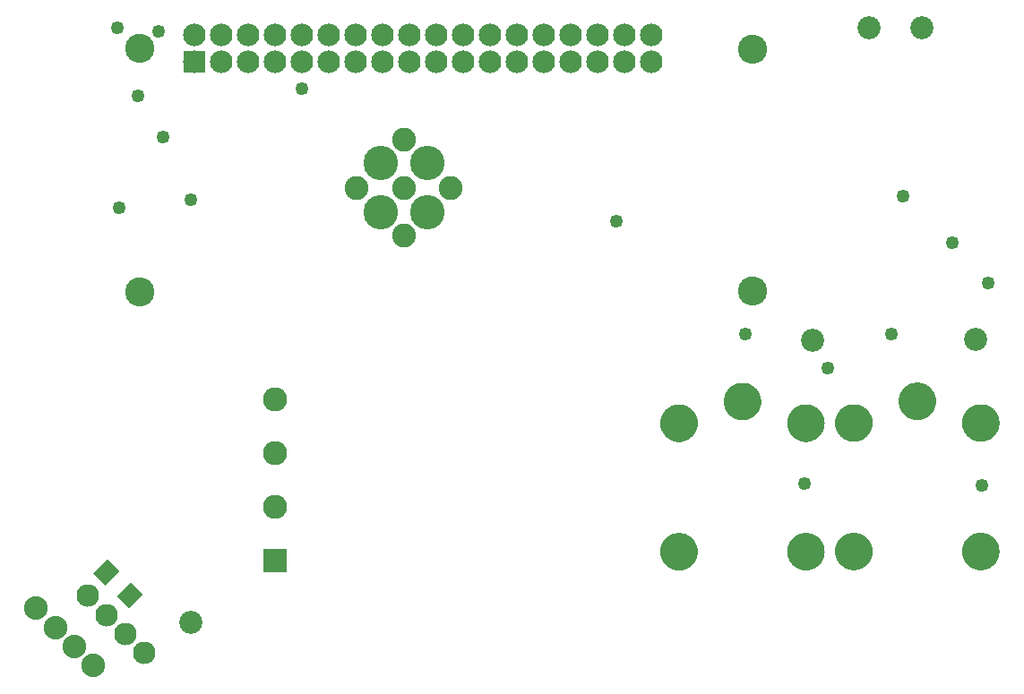
<source format=gts>
G04 MADE WITH FRITZING*
G04 WWW.FRITZING.ORG*
G04 DOUBLE SIDED*
G04 HOLES PLATED*
G04 CONTOUR ON CENTER OF CONTOUR VECTOR*
%ASAXBY*%
%FSLAX23Y23*%
%MOIN*%
%OFA0B0*%
%SFA1.0B1.0*%
%ADD10C,0.049370*%
%ADD11C,0.088000*%
%ADD12C,0.083889*%
%ADD13C,0.085433*%
%ADD14C,0.090000*%
%ADD15C,0.084000*%
%ADD16C,0.108425*%
%ADD17C,0.088740*%
%ADD18C,0.128110*%
%ADD19R,0.090000X0.090000*%
%ADD20R,0.084000X0.084000*%
%ADD21C,0.010000*%
%ADD22R,0.001000X0.001000*%
%LNMASK1*%
G90*
G70*
G54D10*
X3052Y873D03*
X3709Y868D03*
X572Y2318D03*
X766Y1931D03*
X664Y2163D03*
X495Y2570D03*
X648Y2557D03*
G54D11*
X192Y409D03*
X263Y338D03*
X334Y267D03*
X404Y196D03*
G54D10*
X499Y1899D03*
G54D12*
X595Y244D03*
X524Y315D03*
X453Y385D03*
X383Y456D03*
G54D13*
X766Y357D03*
X3080Y1408D03*
X3686Y1409D03*
X3291Y2569D03*
X3488Y2570D03*
G54D10*
X2350Y1849D03*
X1179Y2344D03*
X2832Y1430D03*
X3416Y1943D03*
X3138Y1303D03*
X3602Y1772D03*
X3733Y1619D03*
X3373Y1432D03*
G54D14*
X1079Y587D03*
X1079Y787D03*
X1079Y987D03*
X1079Y1187D03*
G54D15*
X781Y2544D03*
X881Y2544D03*
X981Y2544D03*
X1081Y2544D03*
X1181Y2544D03*
X1281Y2544D03*
X1381Y2544D03*
X1481Y2544D03*
X1581Y2544D03*
X1681Y2544D03*
X1781Y2544D03*
X1881Y2544D03*
X1981Y2544D03*
X2081Y2544D03*
X2181Y2544D03*
X2281Y2544D03*
X2381Y2544D03*
X2481Y2544D03*
X781Y2444D03*
X881Y2444D03*
X981Y2444D03*
X1081Y2444D03*
X1181Y2444D03*
X1281Y2444D03*
X1381Y2444D03*
X1481Y2444D03*
X1581Y2444D03*
X1681Y2444D03*
X1781Y2444D03*
X1881Y2444D03*
X1981Y2444D03*
X2081Y2444D03*
X2181Y2444D03*
X2281Y2444D03*
X2381Y2444D03*
X2481Y2444D03*
G54D16*
X576Y1588D03*
X2857Y1590D03*
G54D17*
X1560Y2155D03*
X1560Y1975D03*
X1385Y1975D03*
X1735Y1975D03*
X1560Y1796D03*
G54D18*
X1647Y2068D03*
X1473Y2068D03*
X1647Y1885D03*
X1473Y1885D03*
G54D16*
X2858Y2492D03*
X576Y2495D03*
G54D19*
X1079Y587D03*
G54D20*
X781Y2444D03*
G54D21*
G36*
X491Y453D02*
X544Y506D01*
X588Y462D01*
X536Y409D01*
X491Y453D01*
G37*
D02*
G36*
X405Y540D02*
X458Y593D01*
X502Y548D01*
X449Y495D01*
X405Y540D01*
G37*
D02*
G54D22*
X3462Y1249D02*
X3479Y1249D01*
X2810Y1248D02*
X2830Y1248D01*
X3456Y1248D02*
X3485Y1248D01*
X2805Y1247D02*
X2835Y1247D01*
X3452Y1247D02*
X3489Y1247D01*
X2801Y1246D02*
X2839Y1246D01*
X3449Y1246D02*
X3492Y1246D01*
X2798Y1245D02*
X2842Y1245D01*
X3446Y1245D02*
X3495Y1245D01*
X2795Y1244D02*
X2845Y1244D01*
X3443Y1244D02*
X3498Y1244D01*
X2792Y1243D02*
X2848Y1243D01*
X3441Y1243D02*
X3500Y1243D01*
X2790Y1242D02*
X2850Y1242D01*
X3439Y1242D02*
X3502Y1242D01*
X2788Y1241D02*
X2852Y1241D01*
X3437Y1241D02*
X3504Y1241D01*
X2786Y1240D02*
X2853Y1240D01*
X3436Y1240D02*
X3505Y1240D01*
X2785Y1239D02*
X2855Y1239D01*
X3434Y1239D02*
X3507Y1239D01*
X2783Y1238D02*
X2857Y1238D01*
X3432Y1238D02*
X3508Y1238D01*
X2782Y1237D02*
X2858Y1237D01*
X3431Y1237D02*
X3510Y1237D01*
X2780Y1236D02*
X2860Y1236D01*
X3430Y1236D02*
X3511Y1236D01*
X2779Y1235D02*
X2861Y1235D01*
X3428Y1235D02*
X3513Y1235D01*
X2777Y1234D02*
X2862Y1234D01*
X3427Y1234D02*
X3514Y1234D01*
X2776Y1233D02*
X2864Y1233D01*
X3426Y1233D02*
X3515Y1233D01*
X2775Y1232D02*
X2865Y1232D01*
X3425Y1232D02*
X3516Y1232D01*
X2774Y1231D02*
X2866Y1231D01*
X3423Y1231D02*
X3517Y1231D01*
X2773Y1230D02*
X2867Y1230D01*
X3422Y1230D02*
X3518Y1230D01*
X2772Y1229D02*
X2868Y1229D01*
X3421Y1229D02*
X3520Y1229D01*
X2771Y1228D02*
X2869Y1228D01*
X3420Y1228D02*
X3520Y1228D01*
X2770Y1227D02*
X2870Y1227D01*
X3419Y1227D02*
X3521Y1227D01*
X2769Y1226D02*
X2871Y1226D01*
X3419Y1226D02*
X3522Y1226D01*
X2768Y1225D02*
X2872Y1225D01*
X3418Y1225D02*
X3523Y1225D01*
X2767Y1224D02*
X2873Y1224D01*
X3417Y1224D02*
X3524Y1224D01*
X2766Y1223D02*
X2874Y1223D01*
X3416Y1223D02*
X3525Y1223D01*
X2765Y1222D02*
X2874Y1222D01*
X3415Y1222D02*
X3525Y1222D01*
X2765Y1221D02*
X2875Y1221D01*
X3415Y1221D02*
X3526Y1221D01*
X2764Y1220D02*
X2876Y1220D01*
X3414Y1220D02*
X3527Y1220D01*
X2763Y1219D02*
X2877Y1219D01*
X3413Y1219D02*
X3528Y1219D01*
X2763Y1218D02*
X2877Y1218D01*
X3412Y1218D02*
X3528Y1218D01*
X2762Y1217D02*
X2878Y1217D01*
X3412Y1217D02*
X3529Y1217D01*
X2761Y1216D02*
X2879Y1216D01*
X3411Y1216D02*
X3530Y1216D01*
X2761Y1215D02*
X2879Y1215D01*
X3411Y1215D02*
X3530Y1215D01*
X2760Y1214D02*
X2880Y1214D01*
X3410Y1214D02*
X3531Y1214D01*
X2759Y1213D02*
X2880Y1213D01*
X3409Y1213D02*
X3531Y1213D01*
X2759Y1212D02*
X2881Y1212D01*
X3409Y1212D02*
X3532Y1212D01*
X2758Y1211D02*
X2882Y1211D01*
X3408Y1211D02*
X3532Y1211D01*
X2758Y1210D02*
X2882Y1210D01*
X3408Y1210D02*
X3533Y1210D01*
X2757Y1209D02*
X2883Y1209D01*
X3407Y1209D02*
X3533Y1209D01*
X2757Y1208D02*
X2883Y1208D01*
X3407Y1208D02*
X3534Y1208D01*
X2756Y1207D02*
X2884Y1207D01*
X3406Y1207D02*
X3534Y1207D01*
X2756Y1206D02*
X2884Y1206D01*
X3406Y1206D02*
X3535Y1206D01*
X2756Y1205D02*
X2884Y1205D01*
X3406Y1205D02*
X3535Y1205D01*
X2755Y1204D02*
X2885Y1204D01*
X3405Y1204D02*
X3535Y1204D01*
X2755Y1203D02*
X2885Y1203D01*
X3405Y1203D02*
X3536Y1203D01*
X2755Y1202D02*
X2885Y1202D01*
X3405Y1202D02*
X3536Y1202D01*
X2754Y1201D02*
X2886Y1201D01*
X3404Y1201D02*
X3536Y1201D01*
X2754Y1200D02*
X2886Y1200D01*
X3404Y1200D02*
X3537Y1200D01*
X2754Y1199D02*
X2886Y1199D01*
X3404Y1199D02*
X3537Y1199D01*
X2753Y1198D02*
X2887Y1198D01*
X3404Y1198D02*
X3537Y1198D01*
X2753Y1197D02*
X2887Y1197D01*
X3403Y1197D02*
X3537Y1197D01*
X2753Y1196D02*
X2887Y1196D01*
X3403Y1196D02*
X3538Y1196D01*
X2753Y1195D02*
X2887Y1195D01*
X3403Y1195D02*
X3538Y1195D01*
X2752Y1194D02*
X2888Y1194D01*
X3403Y1194D02*
X3538Y1194D01*
X2752Y1193D02*
X2888Y1193D01*
X3402Y1193D02*
X3538Y1193D01*
X2752Y1192D02*
X2888Y1192D01*
X3402Y1192D02*
X3539Y1192D01*
X2752Y1191D02*
X2888Y1191D01*
X3402Y1191D02*
X3539Y1191D01*
X2752Y1190D02*
X2888Y1190D01*
X3402Y1190D02*
X3539Y1190D01*
X2751Y1189D02*
X2888Y1189D01*
X3402Y1189D02*
X3539Y1189D01*
X2751Y1188D02*
X2889Y1188D01*
X3402Y1188D02*
X3539Y1188D01*
X2751Y1187D02*
X2889Y1187D01*
X3401Y1187D02*
X3539Y1187D01*
X2751Y1186D02*
X2889Y1186D01*
X3401Y1186D02*
X3539Y1186D01*
X2751Y1185D02*
X2889Y1185D01*
X3401Y1185D02*
X3540Y1185D01*
X2751Y1184D02*
X2889Y1184D01*
X3401Y1184D02*
X3540Y1184D01*
X2751Y1183D02*
X2889Y1183D01*
X3401Y1183D02*
X3540Y1183D01*
X2751Y1182D02*
X2889Y1182D01*
X3401Y1182D02*
X3540Y1182D01*
X2751Y1181D02*
X2889Y1181D01*
X3401Y1181D02*
X3540Y1181D01*
X2751Y1180D02*
X2889Y1180D01*
X3401Y1180D02*
X3540Y1180D01*
X2751Y1179D02*
X2889Y1179D01*
X3401Y1179D02*
X3540Y1179D01*
X2751Y1178D02*
X2889Y1178D01*
X3401Y1178D02*
X3540Y1178D01*
X2751Y1177D02*
X2889Y1177D01*
X3401Y1177D02*
X3540Y1177D01*
X2751Y1176D02*
X2889Y1176D01*
X3401Y1176D02*
X3540Y1176D01*
X2751Y1175D02*
X2889Y1175D01*
X3401Y1175D02*
X3540Y1175D01*
X2751Y1174D02*
X2889Y1174D01*
X3401Y1174D02*
X3539Y1174D01*
X2751Y1173D02*
X2889Y1173D01*
X3401Y1173D02*
X3539Y1173D01*
X2751Y1172D02*
X2889Y1172D01*
X3401Y1172D02*
X3539Y1172D01*
X2751Y1171D02*
X2889Y1171D01*
X3402Y1171D02*
X3539Y1171D01*
X2751Y1170D02*
X2889Y1170D01*
X3402Y1170D02*
X3539Y1170D01*
X2751Y1169D02*
X2889Y1169D01*
X3234Y1169D02*
X3234Y1169D01*
X3402Y1169D02*
X3539Y1169D01*
X2580Y1168D02*
X2587Y1168D01*
X2752Y1168D02*
X2888Y1168D01*
X3053Y1168D02*
X3060Y1168D01*
X3224Y1168D02*
X3244Y1168D01*
X3402Y1168D02*
X3539Y1168D01*
X3696Y1168D02*
X3717Y1168D01*
X2572Y1167D02*
X2595Y1167D01*
X2752Y1167D02*
X2888Y1167D01*
X3045Y1167D02*
X3068Y1167D01*
X3219Y1167D02*
X3250Y1167D01*
X3402Y1167D02*
X3538Y1167D01*
X3691Y1167D02*
X3722Y1167D01*
X2567Y1166D02*
X2600Y1166D01*
X2752Y1166D02*
X2888Y1166D01*
X3040Y1166D02*
X3072Y1166D01*
X3215Y1166D02*
X3254Y1166D01*
X3402Y1166D02*
X3538Y1166D01*
X3687Y1166D02*
X3726Y1166D01*
X2563Y1165D02*
X2604Y1165D01*
X2752Y1165D02*
X2888Y1165D01*
X3036Y1165D02*
X3076Y1165D01*
X3212Y1165D02*
X3257Y1165D01*
X3403Y1165D02*
X3538Y1165D01*
X3684Y1165D02*
X3729Y1165D01*
X2561Y1164D02*
X2607Y1164D01*
X2752Y1164D02*
X2888Y1164D01*
X3033Y1164D02*
X3079Y1164D01*
X3209Y1164D02*
X3260Y1164D01*
X3403Y1164D02*
X3538Y1164D01*
X3681Y1164D02*
X3732Y1164D01*
X2558Y1163D02*
X2610Y1163D01*
X2753Y1163D02*
X2887Y1163D01*
X3030Y1163D02*
X3082Y1163D01*
X3206Y1163D02*
X3262Y1163D01*
X3403Y1163D02*
X3538Y1163D01*
X3679Y1163D02*
X3734Y1163D01*
X2556Y1162D02*
X2612Y1162D01*
X2753Y1162D02*
X2887Y1162D01*
X3028Y1162D02*
X3084Y1162D01*
X3204Y1162D02*
X3264Y1162D01*
X3403Y1162D02*
X3537Y1162D01*
X3677Y1162D02*
X3736Y1162D01*
X2554Y1161D02*
X2614Y1161D01*
X2753Y1161D02*
X2887Y1161D01*
X3026Y1161D02*
X3086Y1161D01*
X3202Y1161D02*
X3266Y1161D01*
X3404Y1161D02*
X3537Y1161D01*
X3675Y1161D02*
X3738Y1161D01*
X2551Y1160D02*
X2616Y1160D01*
X2753Y1160D02*
X2887Y1160D01*
X3024Y1160D02*
X3088Y1160D01*
X3201Y1160D02*
X3268Y1160D01*
X3404Y1160D02*
X3537Y1160D01*
X3673Y1160D02*
X3740Y1160D01*
X2550Y1159D02*
X2618Y1159D01*
X2754Y1159D02*
X2886Y1159D01*
X3022Y1159D02*
X3090Y1159D01*
X3199Y1159D02*
X3269Y1159D01*
X3404Y1159D02*
X3537Y1159D01*
X3671Y1159D02*
X3742Y1159D01*
X2548Y1158D02*
X2619Y1158D01*
X2754Y1158D02*
X2886Y1158D01*
X3021Y1158D02*
X3092Y1158D01*
X3197Y1158D02*
X3271Y1158D01*
X3404Y1158D02*
X3536Y1158D01*
X3670Y1158D02*
X3743Y1158D01*
X2547Y1157D02*
X2621Y1157D01*
X2754Y1157D02*
X2886Y1157D01*
X3019Y1157D02*
X3093Y1157D01*
X3196Y1157D02*
X3273Y1157D01*
X3405Y1157D02*
X3536Y1157D01*
X3668Y1157D02*
X3745Y1157D01*
X2545Y1156D02*
X2623Y1156D01*
X2755Y1156D02*
X2885Y1156D01*
X3017Y1156D02*
X3095Y1156D01*
X3194Y1156D02*
X3274Y1156D01*
X3405Y1156D02*
X3536Y1156D01*
X3667Y1156D02*
X3746Y1156D01*
X2544Y1155D02*
X2624Y1155D01*
X2755Y1155D02*
X2885Y1155D01*
X3016Y1155D02*
X3096Y1155D01*
X3193Y1155D02*
X3275Y1155D01*
X3406Y1155D02*
X3535Y1155D01*
X3665Y1155D02*
X3748Y1155D01*
X2542Y1154D02*
X2625Y1154D01*
X2755Y1154D02*
X2885Y1154D01*
X3015Y1154D02*
X3098Y1154D01*
X3192Y1154D02*
X3277Y1154D01*
X3406Y1154D02*
X3535Y1154D01*
X3664Y1154D02*
X3749Y1154D01*
X2541Y1153D02*
X2627Y1153D01*
X2756Y1153D02*
X2884Y1153D01*
X3013Y1153D02*
X3099Y1153D01*
X3190Y1153D02*
X3278Y1153D01*
X3406Y1153D02*
X3534Y1153D01*
X3663Y1153D02*
X3750Y1153D01*
X2540Y1152D02*
X2628Y1152D01*
X2756Y1152D02*
X2884Y1152D01*
X3012Y1152D02*
X3100Y1152D01*
X3189Y1152D02*
X3279Y1152D01*
X3407Y1152D02*
X3534Y1152D01*
X3661Y1152D02*
X3752Y1152D01*
X2538Y1151D02*
X2629Y1151D01*
X2756Y1151D02*
X2884Y1151D01*
X3011Y1151D02*
X3101Y1151D01*
X3188Y1151D02*
X3280Y1151D01*
X3407Y1151D02*
X3534Y1151D01*
X3660Y1151D02*
X3753Y1151D01*
X2537Y1150D02*
X2630Y1150D01*
X2757Y1150D02*
X2883Y1150D01*
X3010Y1150D02*
X3103Y1150D01*
X3187Y1150D02*
X3282Y1150D01*
X3408Y1150D02*
X3533Y1150D01*
X3659Y1150D02*
X3754Y1150D01*
X2536Y1149D02*
X2631Y1149D01*
X2757Y1149D02*
X2883Y1149D01*
X3009Y1149D02*
X3104Y1149D01*
X3186Y1149D02*
X3283Y1149D01*
X3408Y1149D02*
X3533Y1149D01*
X3658Y1149D02*
X3755Y1149D01*
X2535Y1148D02*
X2632Y1148D01*
X2758Y1148D02*
X2882Y1148D01*
X3007Y1148D02*
X3105Y1148D01*
X3185Y1148D02*
X3284Y1148D01*
X3409Y1148D02*
X3532Y1148D01*
X3657Y1148D02*
X3756Y1148D01*
X2534Y1147D02*
X2633Y1147D01*
X2758Y1147D02*
X2882Y1147D01*
X3007Y1147D02*
X3106Y1147D01*
X3184Y1147D02*
X3285Y1147D01*
X3409Y1147D02*
X3532Y1147D01*
X3656Y1147D02*
X3757Y1147D01*
X2533Y1146D02*
X2634Y1146D01*
X2759Y1146D02*
X2881Y1146D01*
X3006Y1146D02*
X3107Y1146D01*
X3183Y1146D02*
X3285Y1146D01*
X3410Y1146D02*
X3531Y1146D01*
X3655Y1146D02*
X3758Y1146D01*
X2532Y1145D02*
X2635Y1145D01*
X2759Y1145D02*
X2880Y1145D01*
X3005Y1145D02*
X3108Y1145D01*
X3182Y1145D02*
X3286Y1145D01*
X3410Y1145D02*
X3530Y1145D01*
X3654Y1145D02*
X3759Y1145D01*
X2531Y1144D02*
X2636Y1144D01*
X2760Y1144D02*
X2880Y1144D01*
X3004Y1144D02*
X3108Y1144D01*
X3181Y1144D02*
X3287Y1144D01*
X3411Y1144D02*
X3530Y1144D01*
X3654Y1144D02*
X3760Y1144D01*
X2531Y1143D02*
X2637Y1143D01*
X2761Y1143D02*
X2879Y1143D01*
X3003Y1143D02*
X3109Y1143D01*
X3180Y1143D02*
X3288Y1143D01*
X3412Y1143D02*
X3529Y1143D01*
X3653Y1143D02*
X3760Y1143D01*
X2530Y1142D02*
X2638Y1142D01*
X2761Y1142D02*
X2879Y1142D01*
X3002Y1142D02*
X3110Y1142D01*
X3180Y1142D02*
X3289Y1142D01*
X3412Y1142D02*
X3529Y1142D01*
X3652Y1142D02*
X3761Y1142D01*
X2529Y1141D02*
X2638Y1141D01*
X2762Y1141D02*
X2878Y1141D01*
X3001Y1141D02*
X3111Y1141D01*
X3179Y1141D02*
X3289Y1141D01*
X3413Y1141D02*
X3528Y1141D01*
X3651Y1141D02*
X3762Y1141D01*
X2528Y1140D02*
X2639Y1140D01*
X2763Y1140D02*
X2877Y1140D01*
X3001Y1140D02*
X3112Y1140D01*
X3178Y1140D02*
X3290Y1140D01*
X3414Y1140D02*
X3527Y1140D01*
X3651Y1140D02*
X3763Y1140D01*
X2528Y1139D02*
X2640Y1139D01*
X2763Y1139D02*
X2877Y1139D01*
X3000Y1139D02*
X3112Y1139D01*
X3177Y1139D02*
X3291Y1139D01*
X3414Y1139D02*
X3527Y1139D01*
X3650Y1139D02*
X3763Y1139D01*
X2527Y1138D02*
X2641Y1138D01*
X2764Y1138D02*
X2876Y1138D01*
X2999Y1138D02*
X3113Y1138D01*
X3177Y1138D02*
X3292Y1138D01*
X3415Y1138D02*
X3526Y1138D01*
X3649Y1138D02*
X3764Y1138D01*
X2526Y1137D02*
X2641Y1137D01*
X2765Y1137D02*
X2875Y1137D01*
X2999Y1137D02*
X3114Y1137D01*
X3176Y1137D02*
X3292Y1137D01*
X3416Y1137D02*
X3525Y1137D01*
X3648Y1137D02*
X3765Y1137D01*
X2526Y1136D02*
X2642Y1136D01*
X2765Y1136D02*
X2874Y1136D01*
X2998Y1136D02*
X3114Y1136D01*
X3175Y1136D02*
X3293Y1136D01*
X3416Y1136D02*
X3524Y1136D01*
X3648Y1136D02*
X3765Y1136D01*
X2525Y1135D02*
X2643Y1135D01*
X2766Y1135D02*
X2874Y1135D01*
X2997Y1135D02*
X3115Y1135D01*
X3175Y1135D02*
X3294Y1135D01*
X3417Y1135D02*
X3524Y1135D01*
X3647Y1135D02*
X3766Y1135D01*
X2524Y1134D02*
X2643Y1134D01*
X2767Y1134D02*
X2873Y1134D01*
X2997Y1134D02*
X3116Y1134D01*
X3174Y1134D02*
X3294Y1134D01*
X3418Y1134D02*
X3523Y1134D01*
X3647Y1134D02*
X3766Y1134D01*
X2524Y1133D02*
X2644Y1133D01*
X2768Y1133D02*
X2872Y1133D01*
X2996Y1133D02*
X3116Y1133D01*
X3174Y1133D02*
X3295Y1133D01*
X3419Y1133D02*
X3522Y1133D01*
X3646Y1133D02*
X3767Y1133D01*
X2523Y1132D02*
X2644Y1132D01*
X2769Y1132D02*
X2871Y1132D01*
X2995Y1132D02*
X3117Y1132D01*
X3173Y1132D02*
X3295Y1132D01*
X3420Y1132D02*
X3521Y1132D01*
X3645Y1132D02*
X3768Y1132D01*
X2523Y1131D02*
X2645Y1131D01*
X2770Y1131D02*
X2870Y1131D01*
X2995Y1131D02*
X3117Y1131D01*
X3173Y1131D02*
X3296Y1131D01*
X3421Y1131D02*
X3520Y1131D01*
X3645Y1131D02*
X3768Y1131D01*
X2522Y1130D02*
X2646Y1130D01*
X2771Y1130D02*
X2869Y1130D01*
X2994Y1130D02*
X3118Y1130D01*
X3172Y1130D02*
X3296Y1130D01*
X3422Y1130D02*
X3519Y1130D01*
X3644Y1130D02*
X3769Y1130D01*
X2522Y1129D02*
X2646Y1129D01*
X2772Y1129D02*
X2868Y1129D01*
X2994Y1129D02*
X3118Y1129D01*
X3172Y1129D02*
X3297Y1129D01*
X3423Y1129D02*
X3518Y1129D01*
X3644Y1129D02*
X3769Y1129D01*
X2521Y1128D02*
X2646Y1128D01*
X2773Y1128D02*
X2867Y1128D01*
X2993Y1128D02*
X3119Y1128D01*
X3171Y1128D02*
X3297Y1128D01*
X3424Y1128D02*
X3517Y1128D01*
X3643Y1128D02*
X3770Y1128D01*
X2521Y1127D02*
X2647Y1127D01*
X2774Y1127D02*
X2866Y1127D01*
X2993Y1127D02*
X3119Y1127D01*
X3171Y1127D02*
X3298Y1127D01*
X3425Y1127D02*
X3516Y1127D01*
X3643Y1127D02*
X3770Y1127D01*
X2520Y1126D02*
X2647Y1126D01*
X2775Y1126D02*
X2865Y1126D01*
X2992Y1126D02*
X3120Y1126D01*
X3170Y1126D02*
X3298Y1126D01*
X3426Y1126D02*
X3514Y1126D01*
X3643Y1126D02*
X3771Y1126D01*
X2520Y1125D02*
X2648Y1125D01*
X2776Y1125D02*
X2864Y1125D01*
X2992Y1125D02*
X3120Y1125D01*
X3170Y1125D02*
X3299Y1125D01*
X3428Y1125D02*
X3513Y1125D01*
X3642Y1125D02*
X3771Y1125D01*
X2519Y1124D02*
X2648Y1124D01*
X2777Y1124D02*
X2862Y1124D01*
X2992Y1124D02*
X3121Y1124D01*
X3169Y1124D02*
X3299Y1124D01*
X3429Y1124D02*
X3512Y1124D01*
X3642Y1124D02*
X3771Y1124D01*
X2519Y1123D02*
X2649Y1123D01*
X2779Y1123D02*
X2861Y1123D01*
X2991Y1123D02*
X3121Y1123D01*
X3169Y1123D02*
X3299Y1123D01*
X3430Y1123D02*
X3510Y1123D01*
X3641Y1123D02*
X3772Y1123D01*
X2519Y1122D02*
X2649Y1122D01*
X2780Y1122D02*
X2860Y1122D01*
X2991Y1122D02*
X3121Y1122D01*
X3169Y1122D02*
X3300Y1122D01*
X3432Y1122D02*
X3509Y1122D01*
X3641Y1122D02*
X3772Y1122D01*
X2518Y1121D02*
X2649Y1121D01*
X2782Y1121D02*
X2858Y1121D01*
X2991Y1121D02*
X3122Y1121D01*
X3168Y1121D02*
X3300Y1121D01*
X3433Y1121D02*
X3508Y1121D01*
X3641Y1121D02*
X3772Y1121D01*
X2518Y1120D02*
X2650Y1120D01*
X2783Y1120D02*
X2857Y1120D01*
X2990Y1120D02*
X3122Y1120D01*
X3168Y1120D02*
X3300Y1120D01*
X3435Y1120D02*
X3506Y1120D01*
X3640Y1120D02*
X3773Y1120D01*
X2518Y1119D02*
X2650Y1119D01*
X2785Y1119D02*
X2855Y1119D01*
X2990Y1119D02*
X3122Y1119D01*
X3168Y1119D02*
X3301Y1119D01*
X3436Y1119D02*
X3504Y1119D01*
X3640Y1119D02*
X3773Y1119D01*
X2517Y1118D02*
X2650Y1118D01*
X2786Y1118D02*
X2853Y1118D01*
X2990Y1118D02*
X3123Y1118D01*
X3168Y1118D02*
X3301Y1118D01*
X3438Y1118D02*
X3503Y1118D01*
X3640Y1118D02*
X3773Y1118D01*
X2517Y1117D02*
X2651Y1117D01*
X2788Y1117D02*
X2852Y1117D01*
X2989Y1117D02*
X3123Y1117D01*
X3167Y1117D02*
X3301Y1117D01*
X3440Y1117D02*
X3501Y1117D01*
X3640Y1117D02*
X3773Y1117D01*
X2517Y1116D02*
X2651Y1116D01*
X2790Y1116D02*
X2850Y1116D01*
X2989Y1116D02*
X3123Y1116D01*
X3167Y1116D02*
X3301Y1116D01*
X3442Y1116D02*
X3498Y1116D01*
X3639Y1116D02*
X3774Y1116D01*
X2517Y1115D02*
X2651Y1115D01*
X2792Y1115D02*
X2848Y1115D01*
X2989Y1115D02*
X3123Y1115D01*
X3167Y1115D02*
X3302Y1115D01*
X3445Y1115D02*
X3496Y1115D01*
X3639Y1115D02*
X3774Y1115D01*
X2516Y1114D02*
X2651Y1114D01*
X2795Y1114D02*
X2845Y1114D01*
X2989Y1114D02*
X3124Y1114D01*
X3167Y1114D02*
X3302Y1114D01*
X3447Y1114D02*
X3493Y1114D01*
X3639Y1114D02*
X3774Y1114D01*
X2516Y1113D02*
X2652Y1113D01*
X2798Y1113D02*
X2842Y1113D01*
X2988Y1113D02*
X3124Y1113D01*
X3166Y1113D02*
X3302Y1113D01*
X3450Y1113D02*
X3490Y1113D01*
X3639Y1113D02*
X3774Y1113D01*
X2516Y1112D02*
X2652Y1112D01*
X2801Y1112D02*
X2839Y1112D01*
X2988Y1112D02*
X3124Y1112D01*
X3166Y1112D02*
X3302Y1112D01*
X3454Y1112D02*
X3486Y1112D01*
X3638Y1112D02*
X3775Y1112D01*
X2516Y1111D02*
X2652Y1111D01*
X2805Y1111D02*
X2835Y1111D01*
X2988Y1111D02*
X3124Y1111D01*
X3166Y1111D02*
X3302Y1111D01*
X3459Y1111D02*
X3482Y1111D01*
X3638Y1111D02*
X3775Y1111D01*
X2516Y1110D02*
X2652Y1110D01*
X2810Y1110D02*
X2830Y1110D01*
X2988Y1110D02*
X3124Y1110D01*
X3166Y1110D02*
X3303Y1110D01*
X3468Y1110D02*
X3473Y1110D01*
X3638Y1110D02*
X3775Y1110D01*
X2515Y1109D02*
X2652Y1109D01*
X2988Y1109D02*
X3125Y1109D01*
X3166Y1109D02*
X3303Y1109D01*
X3638Y1109D02*
X3775Y1109D01*
X2515Y1108D02*
X2652Y1108D01*
X2988Y1108D02*
X3125Y1108D01*
X3165Y1108D02*
X3303Y1108D01*
X3638Y1108D02*
X3775Y1108D01*
X2515Y1107D02*
X2653Y1107D01*
X2987Y1107D02*
X3125Y1107D01*
X3165Y1107D02*
X3303Y1107D01*
X3638Y1107D02*
X3775Y1107D01*
X2515Y1106D02*
X2653Y1106D01*
X2987Y1106D02*
X3125Y1106D01*
X3165Y1106D02*
X3303Y1106D01*
X3638Y1106D02*
X3776Y1106D01*
X2515Y1105D02*
X2653Y1105D01*
X2987Y1105D02*
X3125Y1105D01*
X3165Y1105D02*
X3303Y1105D01*
X3637Y1105D02*
X3776Y1105D01*
X2515Y1104D02*
X2653Y1104D01*
X2987Y1104D02*
X3125Y1104D01*
X3165Y1104D02*
X3303Y1104D01*
X3637Y1104D02*
X3776Y1104D01*
X2515Y1103D02*
X2653Y1103D01*
X2987Y1103D02*
X3125Y1103D01*
X3165Y1103D02*
X3303Y1103D01*
X3637Y1103D02*
X3776Y1103D01*
X2515Y1102D02*
X2653Y1102D01*
X2987Y1102D02*
X3125Y1102D01*
X3165Y1102D02*
X3303Y1102D01*
X3637Y1102D02*
X3776Y1102D01*
X2514Y1101D02*
X2653Y1101D01*
X2987Y1101D02*
X3125Y1101D01*
X3165Y1101D02*
X3304Y1101D01*
X3637Y1101D02*
X3776Y1101D01*
X2514Y1100D02*
X2653Y1100D01*
X2987Y1100D02*
X3125Y1100D01*
X3165Y1100D02*
X3304Y1100D01*
X3637Y1100D02*
X3776Y1100D01*
X2514Y1099D02*
X2653Y1099D01*
X2987Y1099D02*
X3126Y1099D01*
X3165Y1099D02*
X3304Y1099D01*
X3637Y1099D02*
X3776Y1099D01*
X2514Y1098D02*
X2653Y1098D01*
X2987Y1098D02*
X3126Y1098D01*
X3165Y1098D02*
X3304Y1098D01*
X3637Y1098D02*
X3776Y1098D01*
X2514Y1097D02*
X2653Y1097D01*
X2987Y1097D02*
X3126Y1097D01*
X3165Y1097D02*
X3304Y1097D01*
X3637Y1097D02*
X3776Y1097D01*
X2514Y1096D02*
X2653Y1096D01*
X2987Y1096D02*
X3125Y1096D01*
X3165Y1096D02*
X3303Y1096D01*
X3637Y1096D02*
X3776Y1096D01*
X2515Y1095D02*
X2653Y1095D01*
X2987Y1095D02*
X3125Y1095D01*
X3165Y1095D02*
X3303Y1095D01*
X3637Y1095D02*
X3776Y1095D01*
X2515Y1094D02*
X2653Y1094D01*
X2987Y1094D02*
X3125Y1094D01*
X3165Y1094D02*
X3303Y1094D01*
X3637Y1094D02*
X3776Y1094D01*
X2515Y1093D02*
X2653Y1093D01*
X2987Y1093D02*
X3125Y1093D01*
X3165Y1093D02*
X3303Y1093D01*
X3637Y1093D02*
X3776Y1093D01*
X2515Y1092D02*
X2653Y1092D01*
X2987Y1092D02*
X3125Y1092D01*
X3165Y1092D02*
X3303Y1092D01*
X3638Y1092D02*
X3776Y1092D01*
X2515Y1091D02*
X2653Y1091D01*
X2987Y1091D02*
X3125Y1091D01*
X3165Y1091D02*
X3303Y1091D01*
X3638Y1091D02*
X3775Y1091D01*
X2515Y1090D02*
X2653Y1090D01*
X2987Y1090D02*
X3125Y1090D01*
X3166Y1090D02*
X3303Y1090D01*
X3638Y1090D02*
X3775Y1090D01*
X2515Y1089D02*
X2652Y1089D01*
X2987Y1089D02*
X3125Y1089D01*
X3166Y1089D02*
X3303Y1089D01*
X3638Y1089D02*
X3775Y1089D01*
X2515Y1088D02*
X2652Y1088D01*
X2988Y1088D02*
X3125Y1088D01*
X3166Y1088D02*
X3303Y1088D01*
X3638Y1088D02*
X3775Y1088D01*
X2515Y1087D02*
X2652Y1087D01*
X2988Y1087D02*
X3124Y1087D01*
X3166Y1087D02*
X3302Y1087D01*
X3638Y1087D02*
X3775Y1087D01*
X2516Y1086D02*
X2652Y1086D01*
X2988Y1086D02*
X3124Y1086D01*
X3166Y1086D02*
X3302Y1086D01*
X3639Y1086D02*
X3775Y1086D01*
X2516Y1085D02*
X2652Y1085D01*
X2988Y1085D02*
X3124Y1085D01*
X3166Y1085D02*
X3302Y1085D01*
X3639Y1085D02*
X3774Y1085D01*
X2516Y1084D02*
X2652Y1084D01*
X2988Y1084D02*
X3124Y1084D01*
X3167Y1084D02*
X3302Y1084D01*
X3639Y1084D02*
X3774Y1084D01*
X2516Y1083D02*
X2651Y1083D01*
X2989Y1083D02*
X3124Y1083D01*
X3167Y1083D02*
X3302Y1083D01*
X3639Y1083D02*
X3774Y1083D01*
X2516Y1082D02*
X2651Y1082D01*
X2989Y1082D02*
X3123Y1082D01*
X3167Y1082D02*
X3301Y1082D01*
X3639Y1082D02*
X3774Y1082D01*
X2517Y1081D02*
X2651Y1081D01*
X2989Y1081D02*
X3123Y1081D01*
X3167Y1081D02*
X3301Y1081D01*
X3640Y1081D02*
X3773Y1081D01*
X2517Y1080D02*
X2651Y1080D01*
X2989Y1080D02*
X3123Y1080D01*
X3168Y1080D02*
X3301Y1080D01*
X3640Y1080D02*
X3773Y1080D01*
X2517Y1079D02*
X2650Y1079D01*
X2990Y1079D02*
X3123Y1079D01*
X3168Y1079D02*
X3301Y1079D01*
X3640Y1079D02*
X3773Y1079D01*
X2517Y1078D02*
X2650Y1078D01*
X2990Y1078D02*
X3122Y1078D01*
X3168Y1078D02*
X3300Y1078D01*
X3640Y1078D02*
X3773Y1078D01*
X2518Y1077D02*
X2650Y1077D01*
X2990Y1077D02*
X3122Y1077D01*
X3168Y1077D02*
X3300Y1077D01*
X3641Y1077D02*
X3772Y1077D01*
X2518Y1076D02*
X2649Y1076D01*
X2990Y1076D02*
X3122Y1076D01*
X3169Y1076D02*
X3300Y1076D01*
X3641Y1076D02*
X3772Y1076D01*
X2518Y1075D02*
X2649Y1075D01*
X2991Y1075D02*
X3121Y1075D01*
X3169Y1075D02*
X3299Y1075D01*
X3641Y1075D02*
X3772Y1075D01*
X2519Y1074D02*
X2649Y1074D01*
X2991Y1074D02*
X3121Y1074D01*
X3169Y1074D02*
X3299Y1074D01*
X3642Y1074D02*
X3771Y1074D01*
X2519Y1073D02*
X2648Y1073D01*
X2992Y1073D02*
X3121Y1073D01*
X3170Y1073D02*
X3299Y1073D01*
X3642Y1073D02*
X3771Y1073D01*
X2519Y1072D02*
X2648Y1072D01*
X2992Y1072D02*
X3120Y1072D01*
X3170Y1072D02*
X3298Y1072D01*
X3643Y1072D02*
X3771Y1072D01*
X2520Y1071D02*
X2648Y1071D01*
X2992Y1071D02*
X3120Y1071D01*
X3171Y1071D02*
X3298Y1071D01*
X3643Y1071D02*
X3770Y1071D01*
X2520Y1070D02*
X2647Y1070D01*
X2993Y1070D02*
X3120Y1070D01*
X3171Y1070D02*
X3297Y1070D01*
X3644Y1070D02*
X3770Y1070D01*
X2521Y1069D02*
X2647Y1069D01*
X2993Y1069D02*
X3119Y1069D01*
X3172Y1069D02*
X3297Y1069D01*
X3644Y1069D02*
X3769Y1069D01*
X2521Y1068D02*
X2646Y1068D01*
X2994Y1068D02*
X3119Y1068D01*
X3172Y1068D02*
X3296Y1068D01*
X3645Y1068D02*
X3769Y1068D01*
X2522Y1067D02*
X2646Y1067D01*
X2994Y1067D02*
X3118Y1067D01*
X3173Y1067D02*
X3296Y1067D01*
X3645Y1067D02*
X3768Y1067D01*
X2522Y1066D02*
X2645Y1066D01*
X2995Y1066D02*
X3118Y1066D01*
X3173Y1066D02*
X3295Y1066D01*
X3646Y1066D02*
X3768Y1066D01*
X2523Y1065D02*
X2645Y1065D01*
X2995Y1065D02*
X3117Y1065D01*
X3174Y1065D02*
X3295Y1065D01*
X3646Y1065D02*
X3767Y1065D01*
X2523Y1064D02*
X2644Y1064D01*
X2996Y1064D02*
X3116Y1064D01*
X3174Y1064D02*
X3294Y1064D01*
X3647Y1064D02*
X3766Y1064D01*
X2524Y1063D02*
X2643Y1063D01*
X2996Y1063D02*
X3116Y1063D01*
X3175Y1063D02*
X3293Y1063D01*
X3647Y1063D02*
X3766Y1063D01*
X2525Y1062D02*
X2643Y1062D01*
X2997Y1062D02*
X3115Y1062D01*
X3176Y1062D02*
X3293Y1062D01*
X3648Y1062D02*
X3765Y1062D01*
X2525Y1061D02*
X2642Y1061D01*
X2998Y1061D02*
X3115Y1061D01*
X3176Y1061D02*
X3292Y1061D01*
X3649Y1061D02*
X3765Y1061D01*
X2526Y1060D02*
X2642Y1060D01*
X2998Y1060D02*
X3114Y1060D01*
X3177Y1060D02*
X3292Y1060D01*
X3649Y1060D02*
X3764Y1060D01*
X2527Y1059D02*
X2641Y1059D01*
X2999Y1059D02*
X3113Y1059D01*
X3178Y1059D02*
X3291Y1059D01*
X3650Y1059D02*
X3763Y1059D01*
X2527Y1058D02*
X2640Y1058D01*
X3000Y1058D02*
X3113Y1058D01*
X3178Y1058D02*
X3290Y1058D01*
X3651Y1058D02*
X3762Y1058D01*
X2528Y1057D02*
X2640Y1057D01*
X3000Y1057D02*
X3112Y1057D01*
X3179Y1057D02*
X3289Y1057D01*
X3651Y1057D02*
X3762Y1057D01*
X2529Y1056D02*
X2639Y1056D01*
X3001Y1056D02*
X3111Y1056D01*
X3180Y1056D02*
X3289Y1056D01*
X3652Y1056D02*
X3761Y1056D01*
X2530Y1055D02*
X2638Y1055D01*
X3002Y1055D02*
X3110Y1055D01*
X3181Y1055D02*
X3288Y1055D01*
X3653Y1055D02*
X3760Y1055D01*
X2530Y1054D02*
X2637Y1054D01*
X3003Y1054D02*
X3110Y1054D01*
X3181Y1054D02*
X3287Y1054D01*
X3654Y1054D02*
X3759Y1054D01*
X2531Y1053D02*
X2636Y1053D01*
X3003Y1053D02*
X3109Y1053D01*
X3182Y1053D02*
X3286Y1053D01*
X3655Y1053D02*
X3759Y1053D01*
X2532Y1052D02*
X2636Y1052D01*
X3004Y1052D02*
X3108Y1052D01*
X3183Y1052D02*
X3285Y1052D01*
X3655Y1052D02*
X3758Y1052D01*
X2533Y1051D02*
X2635Y1051D01*
X3005Y1051D02*
X3107Y1051D01*
X3184Y1051D02*
X3284Y1051D01*
X3656Y1051D02*
X3757Y1051D01*
X2534Y1050D02*
X2634Y1050D01*
X3006Y1050D02*
X3106Y1050D01*
X3185Y1050D02*
X3283Y1050D01*
X3657Y1050D02*
X3756Y1050D01*
X2535Y1049D02*
X2633Y1049D01*
X3007Y1049D02*
X3105Y1049D01*
X3186Y1049D02*
X3282Y1049D01*
X3658Y1049D02*
X3755Y1049D01*
X2536Y1048D02*
X2632Y1048D01*
X3008Y1048D02*
X3104Y1048D01*
X3187Y1048D02*
X3281Y1048D01*
X3659Y1048D02*
X3754Y1048D01*
X2537Y1047D02*
X2631Y1047D01*
X3009Y1047D02*
X3103Y1047D01*
X3188Y1047D02*
X3280Y1047D01*
X3661Y1047D02*
X3753Y1047D01*
X2538Y1046D02*
X2630Y1046D01*
X3010Y1046D02*
X3102Y1046D01*
X3189Y1046D02*
X3279Y1046D01*
X3662Y1046D02*
X3751Y1046D01*
X2539Y1045D02*
X2628Y1045D01*
X3011Y1045D02*
X3101Y1045D01*
X3190Y1045D02*
X3278Y1045D01*
X3663Y1045D02*
X3750Y1045D01*
X2540Y1044D02*
X2627Y1044D01*
X3013Y1044D02*
X3100Y1044D01*
X3192Y1044D02*
X3277Y1044D01*
X3664Y1044D02*
X3749Y1044D01*
X2542Y1043D02*
X2626Y1043D01*
X3014Y1043D02*
X3098Y1043D01*
X3193Y1043D02*
X3275Y1043D01*
X3666Y1043D02*
X3748Y1043D01*
X2543Y1042D02*
X2625Y1042D01*
X3015Y1042D02*
X3097Y1042D01*
X3195Y1042D02*
X3274Y1042D01*
X3667Y1042D02*
X3746Y1042D01*
X2544Y1041D02*
X2623Y1041D01*
X3017Y1041D02*
X3096Y1041D01*
X3196Y1041D02*
X3272Y1041D01*
X3668Y1041D02*
X3745Y1041D01*
X2546Y1040D02*
X2622Y1040D01*
X3018Y1040D02*
X3094Y1040D01*
X3198Y1040D02*
X3271Y1040D01*
X3670Y1040D02*
X3743Y1040D01*
X2547Y1039D02*
X2620Y1039D01*
X3020Y1039D02*
X3092Y1039D01*
X3199Y1039D02*
X3269Y1039D01*
X3672Y1039D02*
X3742Y1039D01*
X2549Y1038D02*
X2618Y1038D01*
X3021Y1038D02*
X3091Y1038D01*
X3201Y1038D02*
X3268Y1038D01*
X3673Y1038D02*
X3740Y1038D01*
X2551Y1037D02*
X2617Y1037D01*
X3023Y1037D02*
X3089Y1037D01*
X3203Y1037D02*
X3266Y1037D01*
X3675Y1037D02*
X3738Y1037D01*
X2553Y1036D02*
X2615Y1036D01*
X3025Y1036D02*
X3087Y1036D01*
X3205Y1036D02*
X3264Y1036D01*
X3677Y1036D02*
X3736Y1036D01*
X2555Y1035D02*
X2613Y1035D01*
X3027Y1035D02*
X3085Y1035D01*
X3207Y1035D02*
X3262Y1035D01*
X3679Y1035D02*
X3734Y1035D01*
X2557Y1034D02*
X2611Y1034D01*
X3029Y1034D02*
X3083Y1034D01*
X3209Y1034D02*
X3259Y1034D01*
X3682Y1034D02*
X3732Y1034D01*
X2559Y1033D02*
X2608Y1033D01*
X3032Y1033D02*
X3080Y1033D01*
X3212Y1033D02*
X3256Y1033D01*
X3684Y1033D02*
X3729Y1033D01*
X2562Y1032D02*
X2605Y1032D01*
X3035Y1032D02*
X3078Y1032D01*
X3215Y1032D02*
X3253Y1032D01*
X3688Y1032D02*
X3725Y1032D01*
X2566Y1031D02*
X2602Y1031D01*
X3038Y1031D02*
X3074Y1031D01*
X3219Y1031D02*
X3249Y1031D01*
X3692Y1031D02*
X3721Y1031D01*
X2570Y1030D02*
X2598Y1030D01*
X3042Y1030D02*
X3070Y1030D01*
X3225Y1030D02*
X3244Y1030D01*
X3697Y1030D02*
X3716Y1030D01*
X2576Y1029D02*
X2592Y1029D01*
X3048Y1029D02*
X3064Y1029D01*
X3226Y690D02*
X3243Y690D01*
X3698Y690D02*
X3715Y690D01*
X2574Y689D02*
X2593Y689D01*
X3046Y689D02*
X3066Y689D01*
X3220Y689D02*
X3248Y689D01*
X3692Y689D02*
X3721Y689D01*
X2569Y688D02*
X2599Y688D01*
X3041Y688D02*
X3071Y688D01*
X3216Y688D02*
X3252Y688D01*
X3688Y688D02*
X3725Y688D01*
X2565Y687D02*
X2603Y687D01*
X3037Y687D02*
X3075Y687D01*
X3213Y687D02*
X3256Y687D01*
X3685Y687D02*
X3728Y687D01*
X2561Y686D02*
X2606Y686D01*
X3034Y686D02*
X3078Y686D01*
X3210Y686D02*
X3259Y686D01*
X3682Y686D02*
X3731Y686D01*
X2559Y685D02*
X2609Y685D01*
X3031Y685D02*
X3081Y685D01*
X3207Y685D02*
X3261Y685D01*
X3679Y685D02*
X3734Y685D01*
X2556Y684D02*
X2611Y684D01*
X3029Y684D02*
X3084Y684D01*
X3205Y684D02*
X3263Y684D01*
X3677Y684D02*
X3736Y684D01*
X2554Y683D02*
X2613Y683D01*
X3027Y683D02*
X3086Y683D01*
X3203Y683D02*
X3265Y683D01*
X3675Y683D02*
X3738Y683D01*
X2552Y682D02*
X2615Y682D01*
X3024Y682D02*
X3088Y682D01*
X3201Y682D02*
X3267Y682D01*
X3673Y682D02*
X3740Y682D01*
X2550Y681D02*
X2617Y681D01*
X3023Y681D02*
X3090Y681D01*
X3199Y681D02*
X3269Y681D01*
X3672Y681D02*
X3741Y681D01*
X2549Y680D02*
X2619Y680D01*
X3021Y680D02*
X3091Y680D01*
X3198Y680D02*
X3271Y680D01*
X3670Y680D02*
X3743Y680D01*
X2547Y679D02*
X2621Y679D01*
X3019Y679D02*
X3093Y679D01*
X3196Y679D02*
X3272Y679D01*
X3669Y679D02*
X3745Y679D01*
X2545Y678D02*
X2622Y678D01*
X3018Y678D02*
X3094Y678D01*
X3195Y678D02*
X3274Y678D01*
X3667Y678D02*
X3746Y678D01*
X2544Y677D02*
X2624Y677D01*
X3016Y677D02*
X3096Y677D01*
X3193Y677D02*
X3275Y677D01*
X3666Y677D02*
X3747Y677D01*
X2543Y676D02*
X2625Y676D01*
X3015Y676D02*
X3097Y676D01*
X3192Y676D02*
X3276Y676D01*
X3664Y676D02*
X3749Y676D01*
X2541Y675D02*
X2626Y675D01*
X3014Y675D02*
X3099Y675D01*
X3191Y675D02*
X3278Y675D01*
X3663Y675D02*
X3750Y675D01*
X2540Y674D02*
X2628Y674D01*
X3012Y674D02*
X3100Y674D01*
X3189Y674D02*
X3279Y674D01*
X3662Y674D02*
X3751Y674D01*
X2539Y673D02*
X2629Y673D01*
X3011Y673D02*
X3101Y673D01*
X3188Y673D02*
X3280Y673D01*
X3661Y673D02*
X3752Y673D01*
X2538Y672D02*
X2630Y672D01*
X3010Y672D02*
X3102Y672D01*
X3187Y672D02*
X3281Y672D01*
X3660Y672D02*
X3754Y672D01*
X2537Y671D02*
X2631Y671D01*
X3009Y671D02*
X3103Y671D01*
X3186Y671D02*
X3282Y671D01*
X3658Y671D02*
X3755Y671D01*
X2535Y670D02*
X2632Y670D01*
X3008Y670D02*
X3104Y670D01*
X3185Y670D02*
X3283Y670D01*
X3657Y670D02*
X3756Y670D01*
X2534Y669D02*
X2633Y669D01*
X3007Y669D02*
X3106Y669D01*
X3184Y669D02*
X3284Y669D01*
X3657Y669D02*
X3757Y669D01*
X2534Y668D02*
X2634Y668D01*
X3006Y668D02*
X3106Y668D01*
X3183Y668D02*
X3285Y668D01*
X3656Y668D02*
X3758Y668D01*
X2533Y667D02*
X2635Y667D01*
X3005Y667D02*
X3107Y667D01*
X3182Y667D02*
X3286Y667D01*
X3655Y667D02*
X3758Y667D01*
X2532Y666D02*
X2636Y666D01*
X3004Y666D02*
X3108Y666D01*
X3181Y666D02*
X3287Y666D01*
X3654Y666D02*
X3759Y666D01*
X2531Y665D02*
X2637Y665D01*
X3003Y665D02*
X3109Y665D01*
X3181Y665D02*
X3288Y665D01*
X3653Y665D02*
X3760Y665D01*
X2530Y664D02*
X2637Y664D01*
X3002Y664D02*
X3110Y664D01*
X3180Y664D02*
X3288Y664D01*
X3652Y664D02*
X3761Y664D01*
X2529Y663D02*
X2638Y663D01*
X3002Y663D02*
X3111Y663D01*
X3179Y663D02*
X3289Y663D01*
X3652Y663D02*
X3762Y663D01*
X2529Y662D02*
X2639Y662D01*
X3001Y662D02*
X3111Y662D01*
X3178Y662D02*
X3290Y662D01*
X3651Y662D02*
X3762Y662D01*
X2528Y661D02*
X2640Y661D01*
X3000Y661D02*
X3112Y661D01*
X3178Y661D02*
X3291Y661D01*
X3650Y661D02*
X3763Y661D01*
X2527Y660D02*
X2640Y660D01*
X2999Y660D02*
X3113Y660D01*
X3177Y660D02*
X3291Y660D01*
X3649Y660D02*
X3764Y660D01*
X2526Y659D02*
X2641Y659D01*
X2999Y659D02*
X3114Y659D01*
X3176Y659D02*
X3292Y659D01*
X3649Y659D02*
X3764Y659D01*
X2526Y658D02*
X2642Y658D01*
X2998Y658D02*
X3114Y658D01*
X3176Y658D02*
X3293Y658D01*
X3648Y658D02*
X3765Y658D01*
X2525Y657D02*
X2642Y657D01*
X2997Y657D02*
X3115Y657D01*
X3175Y657D02*
X3293Y657D01*
X3647Y657D02*
X3766Y657D01*
X2525Y656D02*
X2643Y656D01*
X2997Y656D02*
X3115Y656D01*
X3174Y656D02*
X3294Y656D01*
X3647Y656D02*
X3766Y656D01*
X2524Y655D02*
X2644Y655D01*
X2996Y655D02*
X3116Y655D01*
X3174Y655D02*
X3295Y655D01*
X3646Y655D02*
X3767Y655D01*
X2523Y654D02*
X2644Y654D01*
X2996Y654D02*
X3117Y654D01*
X3173Y654D02*
X3295Y654D01*
X3646Y654D02*
X3768Y654D01*
X2523Y653D02*
X2645Y653D01*
X2995Y653D02*
X3117Y653D01*
X3173Y653D02*
X3296Y653D01*
X3645Y653D02*
X3768Y653D01*
X2522Y652D02*
X2645Y652D01*
X2995Y652D02*
X3118Y652D01*
X3172Y652D02*
X3296Y652D01*
X3645Y652D02*
X3769Y652D01*
X2522Y651D02*
X2646Y651D01*
X2994Y651D02*
X3118Y651D01*
X3172Y651D02*
X3297Y651D01*
X3644Y651D02*
X3769Y651D01*
X2521Y650D02*
X2646Y650D01*
X2994Y650D02*
X3119Y650D01*
X3171Y650D02*
X3297Y650D01*
X3644Y650D02*
X3770Y650D01*
X2521Y649D02*
X2647Y649D01*
X2993Y649D02*
X3119Y649D01*
X3171Y649D02*
X3298Y649D01*
X3643Y649D02*
X3770Y649D01*
X2520Y648D02*
X2647Y648D01*
X2993Y648D02*
X3120Y648D01*
X3170Y648D02*
X3298Y648D01*
X3643Y648D02*
X3770Y648D01*
X2520Y647D02*
X2648Y647D01*
X2992Y647D02*
X3120Y647D01*
X3170Y647D02*
X3298Y647D01*
X3642Y647D02*
X3771Y647D01*
X2519Y646D02*
X2648Y646D01*
X2992Y646D02*
X3121Y646D01*
X3170Y646D02*
X3299Y646D01*
X3642Y646D02*
X3771Y646D01*
X2519Y645D02*
X2648Y645D01*
X2991Y645D02*
X3121Y645D01*
X3169Y645D02*
X3299Y645D01*
X3642Y645D02*
X3772Y645D01*
X2519Y644D02*
X2649Y644D01*
X2991Y644D02*
X3121Y644D01*
X3169Y644D02*
X3300Y644D01*
X3641Y644D02*
X3772Y644D01*
X2518Y643D02*
X2649Y643D01*
X2991Y643D02*
X3122Y643D01*
X3168Y643D02*
X3300Y643D01*
X3641Y643D02*
X3772Y643D01*
X2518Y642D02*
X2650Y642D01*
X2990Y642D02*
X3122Y642D01*
X3168Y642D02*
X3300Y642D01*
X3640Y642D02*
X3773Y642D01*
X2518Y641D02*
X2650Y641D01*
X2990Y641D02*
X3122Y641D01*
X3168Y641D02*
X3301Y641D01*
X3640Y641D02*
X3773Y641D01*
X2517Y640D02*
X2650Y640D01*
X2990Y640D02*
X3123Y640D01*
X3168Y640D02*
X3301Y640D01*
X3640Y640D02*
X3773Y640D01*
X2517Y639D02*
X2650Y639D01*
X2989Y639D02*
X3123Y639D01*
X3167Y639D02*
X3301Y639D01*
X3640Y639D02*
X3773Y639D01*
X2517Y638D02*
X2651Y638D01*
X2989Y638D02*
X3123Y638D01*
X3167Y638D02*
X3301Y638D01*
X3639Y638D02*
X3774Y638D01*
X2517Y637D02*
X2651Y637D01*
X2989Y637D02*
X3123Y637D01*
X3167Y637D02*
X3302Y637D01*
X3639Y637D02*
X3774Y637D01*
X2516Y636D02*
X2651Y636D01*
X2989Y636D02*
X3124Y636D01*
X3167Y636D02*
X3302Y636D01*
X3639Y636D02*
X3774Y636D01*
X2516Y635D02*
X2651Y635D01*
X2988Y635D02*
X3124Y635D01*
X3166Y635D02*
X3302Y635D01*
X3639Y635D02*
X3774Y635D01*
X2516Y634D02*
X2652Y634D01*
X2988Y634D02*
X3124Y634D01*
X3166Y634D02*
X3302Y634D01*
X3639Y634D02*
X3775Y634D01*
X2516Y633D02*
X2652Y633D01*
X2988Y633D02*
X3124Y633D01*
X3166Y633D02*
X3302Y633D01*
X3638Y633D02*
X3775Y633D01*
X2516Y632D02*
X2652Y632D01*
X2988Y632D02*
X3124Y632D01*
X3166Y632D02*
X3303Y632D01*
X3638Y632D02*
X3775Y632D01*
X2515Y631D02*
X2652Y631D01*
X2988Y631D02*
X3125Y631D01*
X3166Y631D02*
X3303Y631D01*
X3638Y631D02*
X3775Y631D01*
X2515Y630D02*
X2652Y630D01*
X2988Y630D02*
X3125Y630D01*
X3166Y630D02*
X3303Y630D01*
X3638Y630D02*
X3775Y630D01*
X2515Y629D02*
X2652Y629D01*
X2987Y629D02*
X3125Y629D01*
X3165Y629D02*
X3303Y629D01*
X3638Y629D02*
X3775Y629D01*
X2515Y628D02*
X2653Y628D01*
X2987Y628D02*
X3125Y628D01*
X3165Y628D02*
X3303Y628D01*
X3638Y628D02*
X3776Y628D01*
X2515Y627D02*
X2653Y627D01*
X2987Y627D02*
X3125Y627D01*
X3165Y627D02*
X3303Y627D01*
X3637Y627D02*
X3776Y627D01*
X2515Y626D02*
X2653Y626D01*
X2987Y626D02*
X3125Y626D01*
X3165Y626D02*
X3303Y626D01*
X3637Y626D02*
X3776Y626D01*
X2515Y625D02*
X2653Y625D01*
X2987Y625D02*
X3125Y625D01*
X3165Y625D02*
X3303Y625D01*
X3637Y625D02*
X3776Y625D01*
X2515Y624D02*
X2653Y624D01*
X2987Y624D02*
X3125Y624D01*
X3165Y624D02*
X3303Y624D01*
X3637Y624D02*
X3776Y624D01*
X2515Y623D02*
X2653Y623D01*
X2987Y623D02*
X3125Y623D01*
X3165Y623D02*
X3304Y623D01*
X3637Y623D02*
X3776Y623D01*
X2514Y622D02*
X2653Y622D01*
X2987Y622D02*
X3125Y622D01*
X3165Y622D02*
X3304Y622D01*
X3637Y622D02*
X3776Y622D01*
X2514Y621D02*
X2653Y621D01*
X2987Y621D02*
X3126Y621D01*
X3165Y621D02*
X3304Y621D01*
X3637Y621D02*
X3776Y621D01*
X2514Y620D02*
X2653Y620D01*
X2987Y620D02*
X3126Y620D01*
X3165Y620D02*
X3304Y620D01*
X3637Y620D02*
X3776Y620D01*
X2514Y619D02*
X2653Y619D01*
X2987Y619D02*
X3126Y619D01*
X3165Y619D02*
X3304Y619D01*
X3637Y619D02*
X3776Y619D01*
X2514Y618D02*
X2653Y618D01*
X2987Y618D02*
X3125Y618D01*
X3165Y618D02*
X3303Y618D01*
X3637Y618D02*
X3776Y618D01*
X2515Y617D02*
X2653Y617D01*
X2987Y617D02*
X3125Y617D01*
X3165Y617D02*
X3303Y617D01*
X3637Y617D02*
X3776Y617D01*
X2515Y616D02*
X2653Y616D01*
X2987Y616D02*
X3125Y616D01*
X3165Y616D02*
X3303Y616D01*
X3637Y616D02*
X3776Y616D01*
X2515Y615D02*
X2653Y615D01*
X2987Y615D02*
X3125Y615D01*
X3165Y615D02*
X3303Y615D01*
X3637Y615D02*
X3776Y615D01*
X2515Y614D02*
X2653Y614D01*
X2987Y614D02*
X3125Y614D01*
X3165Y614D02*
X3303Y614D01*
X3638Y614D02*
X3776Y614D01*
X2515Y613D02*
X2653Y613D01*
X2987Y613D02*
X3125Y613D01*
X3165Y613D02*
X3303Y613D01*
X3638Y613D02*
X3775Y613D01*
X2515Y612D02*
X2653Y612D01*
X2987Y612D02*
X3125Y612D01*
X3165Y612D02*
X3303Y612D01*
X3638Y612D02*
X3775Y612D01*
X2515Y611D02*
X2652Y611D01*
X2987Y611D02*
X3125Y611D01*
X3166Y611D02*
X3303Y611D01*
X3638Y611D02*
X3775Y611D01*
X2515Y610D02*
X2652Y610D01*
X2988Y610D02*
X3125Y610D01*
X3166Y610D02*
X3303Y610D01*
X3638Y610D02*
X3775Y610D01*
X2515Y609D02*
X2652Y609D01*
X2988Y609D02*
X3125Y609D01*
X3166Y609D02*
X3302Y609D01*
X3638Y609D02*
X3775Y609D01*
X2516Y608D02*
X2652Y608D01*
X2988Y608D02*
X3124Y608D01*
X3166Y608D02*
X3302Y608D01*
X3638Y608D02*
X3775Y608D01*
X2516Y607D02*
X2652Y607D01*
X2988Y607D02*
X3124Y607D01*
X3166Y607D02*
X3302Y607D01*
X3639Y607D02*
X3775Y607D01*
X2516Y606D02*
X2652Y606D01*
X2988Y606D02*
X3124Y606D01*
X3166Y606D02*
X3302Y606D01*
X3639Y606D02*
X3774Y606D01*
X2516Y605D02*
X2651Y605D01*
X2988Y605D02*
X3124Y605D01*
X3167Y605D02*
X3302Y605D01*
X3639Y605D02*
X3774Y605D01*
X2516Y604D02*
X2651Y604D01*
X2989Y604D02*
X3124Y604D01*
X3167Y604D02*
X3301Y604D01*
X3639Y604D02*
X3774Y604D01*
X2517Y603D02*
X2651Y603D01*
X2989Y603D02*
X3123Y603D01*
X3167Y603D02*
X3301Y603D01*
X3640Y603D02*
X3774Y603D01*
X2517Y602D02*
X2651Y602D01*
X2989Y602D02*
X3123Y602D01*
X3167Y602D02*
X3301Y602D01*
X3640Y602D02*
X3773Y602D01*
X2517Y601D02*
X2650Y601D01*
X2989Y601D02*
X3123Y601D01*
X3168Y601D02*
X3301Y601D01*
X3640Y601D02*
X3773Y601D01*
X2517Y600D02*
X2650Y600D01*
X2990Y600D02*
X3123Y600D01*
X3168Y600D02*
X3300Y600D01*
X3640Y600D02*
X3773Y600D01*
X2518Y599D02*
X2650Y599D01*
X2990Y599D02*
X3122Y599D01*
X3168Y599D02*
X3300Y599D01*
X3641Y599D02*
X3772Y599D01*
X2518Y598D02*
X2650Y598D01*
X2990Y598D02*
X3122Y598D01*
X3169Y598D02*
X3300Y598D01*
X3641Y598D02*
X3772Y598D01*
X2518Y597D02*
X2649Y597D01*
X2991Y597D02*
X3122Y597D01*
X3169Y597D02*
X3299Y597D01*
X3641Y597D02*
X3772Y597D01*
X2519Y596D02*
X2649Y596D01*
X2991Y596D02*
X3121Y596D01*
X3169Y596D02*
X3299Y596D01*
X3642Y596D02*
X3771Y596D01*
X2519Y595D02*
X2649Y595D01*
X2991Y595D02*
X3121Y595D01*
X3170Y595D02*
X3299Y595D01*
X3642Y595D02*
X3771Y595D01*
X2519Y594D02*
X2648Y594D01*
X2992Y594D02*
X3121Y594D01*
X3170Y594D02*
X3298Y594D01*
X3642Y594D02*
X3771Y594D01*
X2520Y593D02*
X2648Y593D01*
X2992Y593D02*
X3120Y593D01*
X3171Y593D02*
X3298Y593D01*
X3643Y593D02*
X3770Y593D01*
X2520Y592D02*
X2647Y592D01*
X2993Y592D02*
X3120Y592D01*
X3171Y592D02*
X3297Y592D01*
X3643Y592D02*
X3770Y592D01*
X2521Y591D02*
X2647Y591D01*
X2993Y591D02*
X3119Y591D01*
X3172Y591D02*
X3297Y591D01*
X3644Y591D02*
X3769Y591D01*
X2521Y590D02*
X2646Y590D01*
X2994Y590D02*
X3119Y590D01*
X3172Y590D02*
X3296Y590D01*
X3644Y590D02*
X3769Y590D01*
X2522Y589D02*
X2646Y589D01*
X2994Y589D02*
X3118Y589D01*
X3172Y589D02*
X3296Y589D01*
X3645Y589D02*
X3768Y589D01*
X2522Y588D02*
X2645Y588D01*
X2995Y588D02*
X3118Y588D01*
X3173Y588D02*
X3295Y588D01*
X3645Y588D02*
X3768Y588D01*
X2523Y587D02*
X2645Y587D01*
X2995Y587D02*
X3117Y587D01*
X3174Y587D02*
X3295Y587D01*
X3646Y587D02*
X3767Y587D01*
X2523Y586D02*
X2644Y586D01*
X2996Y586D02*
X3117Y586D01*
X3174Y586D02*
X3294Y586D01*
X3647Y586D02*
X3767Y586D01*
X2524Y585D02*
X2644Y585D01*
X2996Y585D02*
X3116Y585D01*
X3175Y585D02*
X3294Y585D01*
X3647Y585D02*
X3766Y585D01*
X2524Y584D02*
X2643Y584D01*
X2997Y584D02*
X3115Y584D01*
X3175Y584D02*
X3293Y584D01*
X3648Y584D02*
X3765Y584D01*
X2525Y583D02*
X2642Y583D01*
X2997Y583D02*
X3115Y583D01*
X3176Y583D02*
X3292Y583D01*
X3648Y583D02*
X3765Y583D01*
X2526Y582D02*
X2642Y582D01*
X2998Y582D02*
X3114Y582D01*
X3177Y582D02*
X3292Y582D01*
X3649Y582D02*
X3764Y582D01*
X2526Y581D02*
X2641Y581D01*
X2999Y581D02*
X3114Y581D01*
X3177Y581D02*
X3291Y581D01*
X3650Y581D02*
X3763Y581D01*
X2527Y580D02*
X2640Y580D01*
X2999Y580D02*
X3113Y580D01*
X3178Y580D02*
X3290Y580D01*
X3650Y580D02*
X3763Y580D01*
X2528Y579D02*
X2640Y579D01*
X3000Y579D02*
X3112Y579D01*
X3179Y579D02*
X3290Y579D01*
X3651Y579D02*
X3762Y579D01*
X2529Y578D02*
X2639Y578D01*
X3001Y578D02*
X3111Y578D01*
X3180Y578D02*
X3289Y578D01*
X3652Y578D02*
X3761Y578D01*
X2529Y577D02*
X2638Y577D01*
X3002Y577D02*
X3111Y577D01*
X3180Y577D02*
X3288Y577D01*
X3653Y577D02*
X3760Y577D01*
X2530Y576D02*
X2638Y576D01*
X3002Y576D02*
X3110Y576D01*
X3181Y576D02*
X3287Y576D01*
X3653Y576D02*
X3760Y576D01*
X2531Y575D02*
X2637Y575D01*
X3003Y575D02*
X3109Y575D01*
X3182Y575D02*
X3286Y575D01*
X3654Y575D02*
X3759Y575D01*
X2532Y574D02*
X2636Y574D01*
X3004Y574D02*
X3108Y574D01*
X3183Y574D02*
X3286Y574D01*
X3655Y574D02*
X3758Y574D01*
X2533Y573D02*
X2635Y573D01*
X3005Y573D02*
X3107Y573D01*
X3184Y573D02*
X3285Y573D01*
X3656Y573D02*
X3757Y573D01*
X2533Y572D02*
X2634Y572D01*
X3006Y572D02*
X3106Y572D01*
X3185Y572D02*
X3284Y572D01*
X3657Y572D02*
X3756Y572D01*
X2534Y571D02*
X2633Y571D01*
X3007Y571D02*
X3106Y571D01*
X3186Y571D02*
X3283Y571D01*
X3658Y571D02*
X3755Y571D01*
X2535Y570D02*
X2632Y570D01*
X3008Y570D02*
X3105Y570D01*
X3187Y570D02*
X3282Y570D01*
X3659Y570D02*
X3754Y570D01*
X2537Y569D02*
X2631Y569D01*
X3009Y569D02*
X3103Y569D01*
X3188Y569D02*
X3281Y569D01*
X3660Y569D02*
X3753Y569D01*
X2538Y568D02*
X2630Y568D01*
X3010Y568D02*
X3102Y568D01*
X3189Y568D02*
X3279Y568D01*
X3661Y568D02*
X3752Y568D01*
X2539Y567D02*
X2629Y567D01*
X3011Y567D02*
X3101Y567D01*
X3190Y567D02*
X3278Y567D01*
X3662Y567D02*
X3751Y567D01*
X2540Y566D02*
X2628Y566D01*
X3012Y566D02*
X3100Y566D01*
X3191Y566D02*
X3277Y566D01*
X3664Y566D02*
X3749Y566D01*
X2541Y565D02*
X2626Y565D01*
X3014Y565D02*
X3099Y565D01*
X3193Y565D02*
X3276Y565D01*
X3665Y565D02*
X3748Y565D01*
X2543Y564D02*
X2625Y564D01*
X3015Y564D02*
X3097Y564D01*
X3194Y564D02*
X3274Y564D01*
X3666Y564D02*
X3747Y564D01*
X2544Y563D02*
X2624Y563D01*
X3016Y563D02*
X3096Y563D01*
X3195Y563D02*
X3273Y563D01*
X3668Y563D02*
X3745Y563D01*
X2545Y562D02*
X2622Y562D01*
X3018Y562D02*
X3095Y562D01*
X3197Y562D02*
X3271Y562D01*
X3669Y562D02*
X3744Y562D01*
X2547Y561D02*
X2621Y561D01*
X3019Y561D02*
X3093Y561D01*
X3199Y561D02*
X3270Y561D01*
X3671Y561D02*
X3742Y561D01*
X2549Y560D02*
X2619Y560D01*
X3021Y560D02*
X3091Y560D01*
X3200Y560D02*
X3268Y560D01*
X3673Y560D02*
X3740Y560D01*
X2550Y559D02*
X2617Y559D01*
X3023Y559D02*
X3090Y559D01*
X3202Y559D02*
X3266Y559D01*
X3674Y559D02*
X3739Y559D01*
X2552Y558D02*
X2615Y558D01*
X3024Y558D02*
X3088Y558D01*
X3204Y558D02*
X3264Y558D01*
X3676Y558D02*
X3737Y558D01*
X2554Y557D02*
X2613Y557D01*
X3026Y557D02*
X3086Y557D01*
X3206Y557D02*
X3262Y557D01*
X3678Y557D02*
X3735Y557D01*
X2556Y556D02*
X2611Y556D01*
X3028Y556D02*
X3084Y556D01*
X3208Y556D02*
X3260Y556D01*
X3681Y556D02*
X3732Y556D01*
X2559Y555D02*
X2609Y555D01*
X3031Y555D02*
X3081Y555D01*
X3211Y555D02*
X3257Y555D01*
X3684Y555D02*
X3730Y555D01*
X2561Y554D02*
X2606Y554D01*
X3034Y554D02*
X3079Y554D01*
X3214Y554D02*
X3254Y554D01*
X3686Y554D02*
X3727Y554D01*
X2565Y553D02*
X2603Y553D01*
X3037Y553D02*
X3075Y553D01*
X3218Y553D02*
X3250Y553D01*
X3690Y553D02*
X3723Y553D01*
X2569Y552D02*
X2599Y552D01*
X3041Y552D02*
X3071Y552D01*
X3223Y552D02*
X3245Y552D01*
X3695Y552D02*
X3718Y552D01*
X2574Y551D02*
X2594Y551D01*
X3046Y551D02*
X3066Y551D01*
X3232Y551D02*
X3237Y551D01*
X3704Y551D02*
X3709Y551D01*
D02*
G04 End of Mask1*
M02*
</source>
